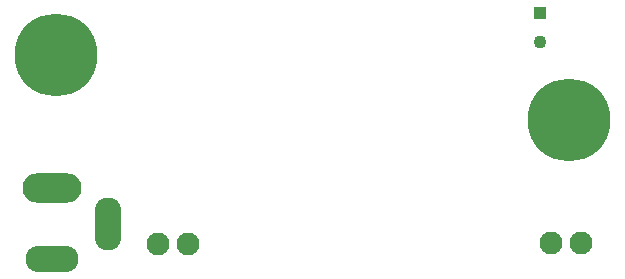
<source format=gbr>
%TF.GenerationSoftware,KiCad,Pcbnew,7.0.5-0*%
%TF.CreationDate,2023-07-08T10:54:15-04:00*%
%TF.ProjectId,PierogiNixiePSU,50696572-6f67-4694-9e69-786965505355,rev?*%
%TF.SameCoordinates,Original*%
%TF.FileFunction,Soldermask,Bot*%
%TF.FilePolarity,Negative*%
%FSLAX46Y46*%
G04 Gerber Fmt 4.6, Leading zero omitted, Abs format (unit mm)*
G04 Created by KiCad (PCBNEW 7.0.5-0) date 2023-07-08 10:54:15*
%MOMM*%
%LPD*%
G01*
G04 APERTURE LIST*
%ADD10C,1.950000*%
%ADD11C,0.800000*%
%ADD12C,7.000000*%
%ADD13R,1.100000X1.100000*%
%ADD14C,1.100000*%
%ADD15O,5.000000X2.500000*%
%ADD16O,4.500000X2.250000*%
%ADD17O,2.250000X4.500000*%
G04 APERTURE END LIST*
D10*
%TO.C,J1*%
X130430000Y-117000000D03*
X132970000Y-117000000D03*
%TD*%
D11*
%TO.C,H1*%
X162600000Y-106500000D03*
X163368845Y-104643845D03*
X163368845Y-108356155D03*
X165225000Y-103875000D03*
D12*
X165225000Y-106500000D03*
D11*
X165225000Y-109125000D03*
X167081155Y-104643845D03*
X167081155Y-108356155D03*
X167850000Y-106500000D03*
%TD*%
D13*
%TO.C,C4*%
X162800000Y-97450000D03*
D14*
X162800000Y-99950000D03*
%TD*%
D10*
%TO.C,J2*%
X163730000Y-116900000D03*
X166270000Y-116900000D03*
%TD*%
D15*
%TO.C,J3*%
X121500000Y-112300000D03*
D16*
X121500000Y-118300000D03*
D17*
X126200000Y-115300000D03*
%TD*%
D11*
%TO.C,H2*%
X119218845Y-101043845D03*
X119987690Y-99187690D03*
X119987690Y-102900000D03*
X121843845Y-98418845D03*
D12*
X121843845Y-101043845D03*
D11*
X121843845Y-103668845D03*
X123700000Y-99187690D03*
X123700000Y-102900000D03*
X124468845Y-101043845D03*
%TD*%
M02*

</source>
